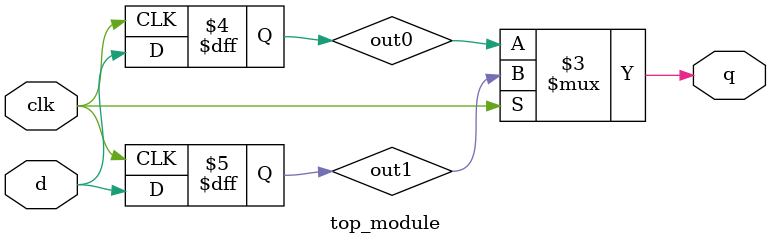
<source format=v>
module top_module (
    input clk,
    input d,
    output q
);
 reg out1,out0;
    always @(posedge clk)
        begin
            out1<=d;
        end
    always @(negedge clk)
         begin
            out0<=d;
         end
    assign q=clk?out1:out0;
endmodule

</source>
